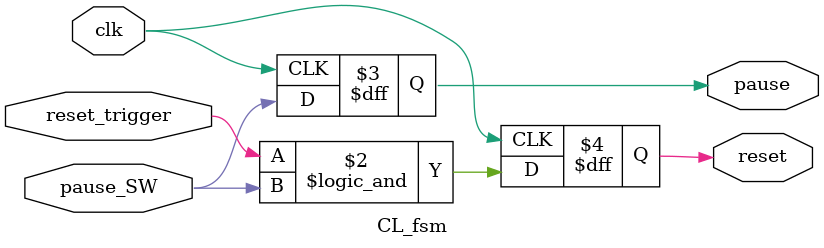
<source format=v>
module CL_fsm(
    input clk,
    input pause_SW, //debounced pause switch
    input reset_trigger, //debounced reset button
    output reg pause, //pause game state
    output reg reset //reset game signal
    );
    
    always @(posedge clk) begin
        pause <= pause_SW;
        reset <= reset_trigger && pause_SW; //resets only in paused
    end
    
endmodule
</source>
